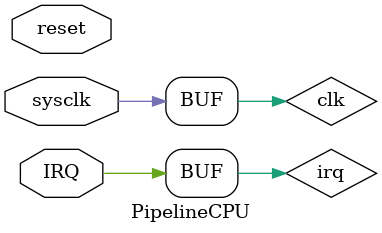
<source format=v>
`timescale 1ns/1ps

module PipelineCPU(reset, sysclk, IRQ);

/************************IO*************************/
input reset, sysclk;
input IRQ;

wire irq;

wire [31:0] memRdData;

wire [31:0] ReadData;
wire [31:0] WriteData;
wire [31:0] MemAddr;
wire MemRead;
wire MemWrite;
/************************Clk*************************/
wire clk;
assign clk = sysclk;

/************************Core*************************/
Pipeline_Core Pipeline_Core_1(.clk(clk), .reset(reset), .MemAddr(MemAddr), .WriteData(WriteData), 
	.ReadData(ReadData), .MemWrite(MemWrite), .MemRead(MemRead), .IRQ_in(irq));

/***********************Peripheral********************/
DataMem DataMem_1(.reset(reset), .clk(clk), .rd(MemRead), .wr(MemWrite), .addr(MemAddr), .wdata(WriteData), .rdata(memRdData));

assign irq = IRQ;
assign ReadData = memRdData;

endmodule
</source>
